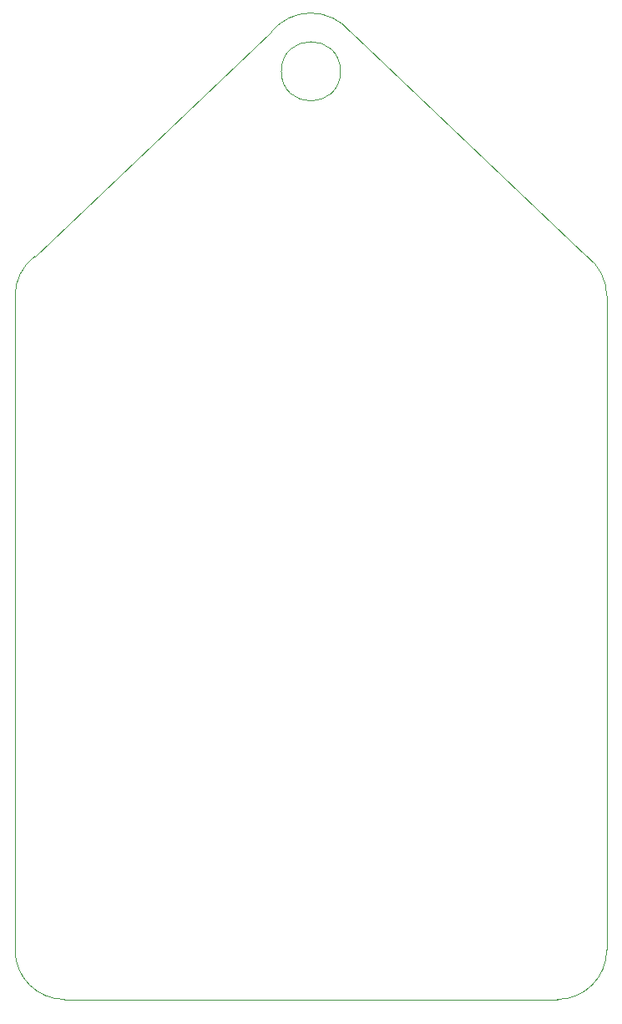
<source format=gbr>
%TF.GenerationSoftware,KiCad,Pcbnew,5.1.9+dfsg1-1+deb11u1*%
%TF.CreationDate,2023-08-15T12:15:31+02:00*%
%TF.ProjectId,label1,6c616265-6c31-42e6-9b69-6361645f7063,rev?*%
%TF.SameCoordinates,Original*%
%TF.FileFunction,Profile,NP*%
%FSLAX46Y46*%
G04 Gerber Fmt 4.6, Leading zero omitted, Abs format (unit mm)*
G04 Created by KiCad (PCBNEW 5.1.9+dfsg1-1+deb11u1) date 2023-08-15 12:15:31*
%MOMM*%
%LPD*%
G01*
G04 APERTURE LIST*
%TA.AperFunction,Profile*%
%ADD10C,0.050000*%
%TD*%
G04 APERTURE END LIST*
D10*
X51000000Y-27000001D02*
G75*
G02*
X58999999Y-27000000I4000000J-3249999D01*
G01*
X25000001Y-53750001D02*
G75*
G02*
X27000000Y-49750001I4999999J1D01*
G01*
X83000000Y-49750000D02*
G75*
G02*
X85000000Y-53750000I-3000000J-4000000D01*
G01*
X25000000Y-120000000D02*
X25000000Y-53750000D01*
X85000000Y-120000000D02*
X85000000Y-53750000D01*
X85000000Y-120000000D02*
G75*
G02*
X80000000Y-125000000I-5000000J0D01*
G01*
X30000000Y-125000000D02*
G75*
G02*
X25000000Y-120000000I0J5000000D01*
G01*
X80000000Y-125000000D02*
X30000000Y-125000000D01*
X58999999Y-27000000D02*
X83000000Y-49750000D01*
X51000000Y-27000001D02*
X27000000Y-49750001D01*
X58000000Y-31000000D02*
G75*
G03*
X58000000Y-31000000I-3000000J0D01*
G01*
M02*

</source>
